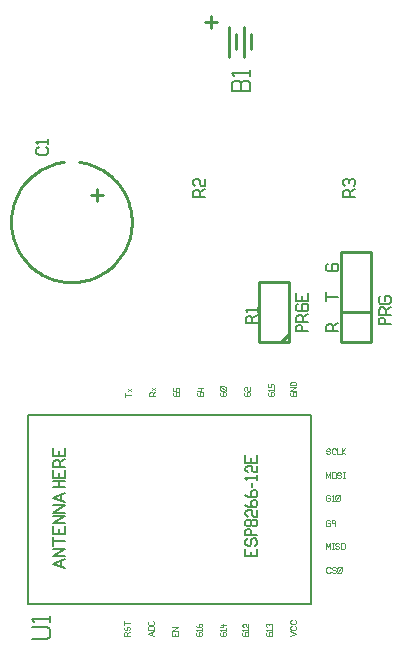
<source format=gto>
G04 -- Generated By PCBWeb Designer*
%FSLAX24Y24*%
%MOIN*%
%OFA0B0*%
%SFA1.0B1.0*%
%AMROTRECT*21,1,$1,$2,0,0,$3*%
%AMROTOBLONG*1,1,$7,$1,$2*1,1,$7,$3,$4*21,1,$5,$6,0,0,$8*%
%ADD10C,0.025*%
%ADD11C,0.15*%
%ADD12C,0.1*%
%ADD13C,0.16*%
%ADD14C,0.005*%
%ADD15R,0.065X0.0394*%
%ADD16R,0.075X0.0494*%
%ADD17C,0.021*%
%ADD18R,0.0394X0.0866*%
%ADD19R,0.0494X0.0966*%
%ADD20C,0.002*%
%ADD21C,0.018*%
%ADD22C,0.008*%
%ADD23C,0.024*%
%ADD24R,0.055X0.055*%
%ADD25C,0.035*%
%ADD26R,0.065X0.065*%
%ADD27C,0.055*%
%ADD28C,0.032*%
%ADD29C,0.065*%
%ADD30C,0.01*%
%ADD31R,0.0591X0.0512*%
%ADD32R,0.0691X0.0612*%
%ADD33C,0.07*%
%ADD34C,0.045*%
%ADD35C,0.08*%
%ADD36C,0.033*%
%ADD37C,0.033*%
%ADD38C,0.026*%
%ADD39C,0.0394*%
%ADD40C,0.0197*%
%ADD41C,0.0494*%
%ADD42C,0.0059*%
%ADD43C,0.015*%
%ADD44C,0.0275*%
%ADD45C,0.0*%
G01*
%LNERASE*%
%LPC*%
G54D17*
X13300Y5600D02*
X13300Y5350D01*
X13700Y5350D01*
X13700Y5600D01*
X13500Y5350D02*
X13500Y5500D01*
X13375Y5950D02*
X13300Y5875D01*
X13300Y5775D01*
X13375Y5700D01*
X13450Y5700D01*
X13500Y5750D01*
X13500Y5900D01*
X13550Y5950D01*
X13625Y5950D01*
X13700Y5875D01*
X13700Y5775D01*
X13625Y5700D01*
X13700Y6050D02*
X13300Y6050D01*
X13300Y6200D01*
X13350Y6250D01*
X13450Y6250D01*
X13500Y6200D01*
X13500Y6050D01*
X13650Y6350D02*
X13700Y6400D01*
X13700Y6525D01*
X13650Y6575D01*
X13550Y6575D01*
X13500Y6525D01*
X13500Y6400D01*
X13550Y6350D01*
X13650Y6350D01*
X13650Y6350D01*
X13500Y6525D02*
X13450Y6575D01*
X13350Y6575D01*
X13300Y6525D01*
X13300Y6400D01*
X13350Y6350D01*
X13450Y6350D01*
X13500Y6400D01*
X13375Y6675D02*
X13300Y6750D01*
X13300Y6825D01*
X13375Y6900D01*
X13475Y6900D01*
X13525Y6850D01*
X13525Y6725D01*
X13575Y6675D01*
X13700Y6675D01*
X13700Y6900D01*
X13300Y7075D02*
X13375Y7000D01*
X13650Y7000D01*
X13700Y7050D01*
X13700Y7175D01*
X13650Y7225D01*
X13550Y7225D01*
X13500Y7175D01*
X13500Y7050D01*
X13550Y7000D01*
X13300Y7400D02*
X13375Y7325D01*
X13650Y7325D01*
X13700Y7375D01*
X13700Y7500D01*
X13650Y7550D01*
X13550Y7550D01*
X13500Y7500D01*
X13500Y7375D01*
X13550Y7325D01*
X13525Y7650D02*
X13525Y7800D01*
X13700Y7900D02*
X13700Y8050D01*
X13700Y7975D02*
X13300Y7975D01*
X13350Y7900D01*
X13375Y8150D02*
X13300Y8225D01*
X13300Y8300D01*
X13375Y8375D01*
X13475Y8375D01*
X13525Y8325D01*
X13525Y8200D01*
X13575Y8150D01*
X13700Y8150D01*
X13700Y8375D01*
X13300Y8725D02*
X13300Y8475D01*
X13700Y8475D01*
X13700Y8725D01*
X13500Y8475D02*
X13500Y8625D01*
X7150Y5008D02*
X7150Y5192D01*
X7300Y4950D02*
X6900Y5100D01*
X7300Y5250D01*
X7300Y5350D02*
X6900Y5350D01*
X7300Y5600D01*
X6900Y5600D01*
X6900Y5700D02*
X6900Y6000D01*
X6900Y5850D02*
X7300Y5850D01*
X6900Y6350D02*
X6900Y6100D01*
X7300Y6100D01*
X7300Y6350D01*
X7100Y6100D02*
X7100Y6250D01*
X7300Y6450D02*
X6900Y6450D01*
X7300Y6700D01*
X6900Y6700D01*
X7300Y6800D02*
X6900Y6800D01*
X7300Y7050D01*
X6900Y7050D01*
X7150Y7208D02*
X7150Y7392D01*
X7300Y7150D02*
X6900Y7300D01*
X7300Y7450D01*
X6900Y7650D02*
X7300Y7650D01*
X6900Y7875D02*
X7300Y7875D01*
X7100Y7650D02*
X7100Y7875D01*
X6900Y8225D02*
X6900Y7975D01*
X7300Y7975D01*
X7300Y8225D01*
X7100Y7975D02*
X7100Y8125D01*
X7300Y8325D02*
X6900Y8325D01*
X6900Y8500D01*
X6975Y8575D01*
X7050Y8575D01*
X7125Y8500D01*
X7125Y8325D01*
X7125Y8500D02*
X7300Y8600D01*
X6900Y8950D02*
X6900Y8700D01*
X7300Y8700D01*
X7300Y8950D01*
X7100Y8700D02*
X7100Y8850D01*
G54D21*
X9450Y2700D02*
X9250Y2700D01*
X9250Y2788D01*
X9288Y2825D01*
X9325Y2825D01*
X9362Y2788D01*
X9362Y2700D01*
X9362Y2788D02*
X9450Y2838D01*
X9288Y3012D02*
X9250Y2975D01*
X9250Y2925D01*
X9288Y2888D01*
X9325Y2888D01*
X9350Y2912D01*
X9350Y2988D01*
X9375Y3012D01*
X9412Y3012D01*
X9450Y2975D01*
X9450Y2925D01*
X9412Y2888D01*
X9250Y3062D02*
X9250Y3212D01*
X9250Y3138D02*
X9450Y3138D01*
X10175Y2729D02*
X10175Y2821D01*
X10250Y2700D02*
X10050Y2775D01*
X10250Y2850D01*
X10250Y2900D02*
X10050Y2900D01*
X10050Y2988D01*
X10088Y3025D01*
X10212Y3025D01*
X10250Y2988D01*
X10250Y2900D01*
X10250Y2900D01*
X10088Y3212D02*
X10050Y3175D01*
X10050Y3112D01*
X10088Y3075D01*
X10212Y3075D01*
X10250Y3112D01*
X10250Y3175D01*
X10212Y3212D01*
X10850Y2825D02*
X10850Y2700D01*
X11050Y2700D01*
X11050Y2825D01*
X10950Y2700D02*
X10950Y2775D01*
X11050Y2875D02*
X10850Y2875D01*
X11050Y3000D01*
X10850Y3000D01*
X11675Y2825D02*
X11650Y2800D01*
X11650Y2725D01*
X11675Y2700D01*
X11825Y2700D01*
X11850Y2725D01*
X11850Y2800D01*
X11825Y2825D01*
X11750Y2825D01*
X11750Y2738D01*
X11850Y2875D02*
X11850Y2950D01*
X11850Y2912D02*
X11650Y2912D01*
X11675Y2875D01*
X11650Y3038D02*
X11688Y3000D01*
X11825Y3000D01*
X11850Y3025D01*
X11850Y3088D01*
X11825Y3112D01*
X11775Y3112D01*
X11750Y3088D01*
X11750Y3025D01*
X11775Y3000D01*
X12475Y2825D02*
X12450Y2800D01*
X12450Y2725D01*
X12475Y2700D01*
X12625Y2700D01*
X12650Y2725D01*
X12650Y2800D01*
X12625Y2825D01*
X12550Y2825D01*
X12550Y2738D01*
X12650Y2875D02*
X12650Y2950D01*
X12650Y2912D02*
X12450Y2912D01*
X12475Y2875D01*
X12450Y3000D02*
X12562Y3000D01*
X12562Y3100D01*
X12475Y3075D02*
X12650Y3075D01*
X13225Y2825D02*
X13200Y2800D01*
X13200Y2725D01*
X13225Y2700D01*
X13375Y2700D01*
X13400Y2725D01*
X13400Y2800D01*
X13375Y2825D01*
X13300Y2825D01*
X13300Y2738D01*
X13400Y2875D02*
X13400Y2950D01*
X13400Y2912D02*
X13200Y2912D01*
X13225Y2875D01*
X13238Y3000D02*
X13200Y3038D01*
X13200Y3075D01*
X13238Y3112D01*
X13288Y3112D01*
X13312Y3088D01*
X13312Y3025D01*
X13338Y3000D01*
X13400Y3000D01*
X13400Y3112D01*
X14025Y2825D02*
X14000Y2800D01*
X14000Y2725D01*
X14025Y2700D01*
X14175Y2700D01*
X14200Y2725D01*
X14200Y2800D01*
X14175Y2825D01*
X14100Y2825D01*
X14100Y2738D01*
X14200Y2875D02*
X14200Y2950D01*
X14200Y2912D02*
X14000Y2912D01*
X14025Y2875D01*
X14025Y3000D02*
X14000Y3025D01*
X14000Y3088D01*
X14025Y3112D01*
X14075Y3112D01*
X14100Y3088D01*
X14100Y3050D01*
X14100Y3088D02*
X14125Y3112D01*
X14175Y3112D01*
X14200Y3088D01*
X14200Y3025D01*
X14175Y3000D01*
X14800Y2700D02*
X15000Y2775D01*
X14800Y2850D01*
X14838Y3038D02*
X14800Y3000D01*
X14800Y2938D01*
X14838Y2900D01*
X14962Y2900D01*
X15000Y2938D01*
X15000Y3000D01*
X14962Y3038D01*
X14838Y3225D02*
X14800Y3188D01*
X14800Y3125D01*
X14838Y3088D01*
X14962Y3088D01*
X15000Y3125D01*
X15000Y3188D01*
X14962Y3225D01*
X9300Y10650D02*
X9300Y10800D01*
X9300Y10725D02*
X9500Y10725D01*
X9500Y10850D02*
X9388Y10925D01*
X9388Y10850D02*
X9500Y10925D01*
X10300Y10700D02*
X10100Y10700D01*
X10100Y10788D01*
X10138Y10825D01*
X10175Y10825D01*
X10212Y10788D01*
X10212Y10700D01*
X10212Y10788D02*
X10300Y10838D01*
X10300Y10888D02*
X10188Y10962D01*
X10188Y10888D02*
X10300Y10962D01*
X10925Y10825D02*
X10900Y10800D01*
X10900Y10725D01*
X10925Y10700D01*
X11075Y10700D01*
X11100Y10725D01*
X11100Y10800D01*
X11075Y10825D01*
X11000Y10825D01*
X11000Y10738D01*
X10900Y10975D02*
X10900Y10875D01*
X10988Y10875D01*
X10988Y10950D01*
X11012Y10975D01*
X11075Y10975D01*
X11100Y10950D01*
X11100Y10875D01*
X11725Y10825D02*
X11700Y10800D01*
X11700Y10725D01*
X11725Y10700D01*
X11875Y10700D01*
X11900Y10725D01*
X11900Y10800D01*
X11875Y10825D01*
X11800Y10825D01*
X11800Y10738D01*
X11700Y10875D02*
X11812Y10875D01*
X11812Y10975D01*
X11725Y10950D02*
X11900Y10950D01*
X12475Y10825D02*
X12450Y10800D01*
X12450Y10725D01*
X12475Y10700D01*
X12625Y10700D01*
X12650Y10725D01*
X12650Y10800D01*
X12625Y10825D01*
X12550Y10825D01*
X12550Y10738D01*
X12600Y10875D02*
X12625Y10888D01*
X12638Y10900D01*
X12650Y10925D01*
X12650Y10975D01*
X12638Y11000D01*
X12625Y11012D01*
X12600Y11025D01*
X12500Y11025D01*
X12475Y11012D01*
X12462Y11000D01*
X12450Y10975D01*
X12450Y10925D01*
X12462Y10900D01*
X12475Y10888D01*
X12500Y10875D01*
X12600Y10875D01*
X12600Y10875D01*
X12650Y10875D02*
X12450Y11025D01*
X13275Y10825D02*
X13250Y10800D01*
X13250Y10725D01*
X13275Y10700D01*
X13425Y10700D01*
X13450Y10725D01*
X13450Y10800D01*
X13425Y10825D01*
X13350Y10825D01*
X13350Y10738D01*
X13288Y10875D02*
X13250Y10912D01*
X13250Y10950D01*
X13288Y10988D01*
X13338Y10988D01*
X13362Y10962D01*
X13362Y10900D01*
X13388Y10875D01*
X13450Y10875D01*
X13450Y10988D01*
X14075Y10825D02*
X14050Y10800D01*
X14050Y10725D01*
X14075Y10700D01*
X14225Y10700D01*
X14250Y10725D01*
X14250Y10800D01*
X14225Y10825D01*
X14150Y10825D01*
X14150Y10738D01*
X14250Y10875D02*
X14250Y10950D01*
X14250Y10912D02*
X14050Y10912D01*
X14075Y10875D01*
X14050Y11100D02*
X14050Y11000D01*
X14138Y11000D01*
X14138Y11075D01*
X14162Y11100D01*
X14225Y11100D01*
X14250Y11075D01*
X14250Y11000D01*
X14825Y10825D02*
X14800Y10800D01*
X14800Y10725D01*
X14825Y10700D01*
X14975Y10700D01*
X15000Y10725D01*
X15000Y10800D01*
X14975Y10825D01*
X14900Y10825D01*
X14900Y10738D01*
X15000Y10875D02*
X14800Y10875D01*
X15000Y11000D01*
X14800Y11000D01*
X15000Y11050D02*
X14800Y11050D01*
X14800Y11138D01*
X14838Y11175D01*
X14962Y11175D01*
X15000Y11138D01*
X15000Y11050D01*
X15000Y11050D01*
X16138Y4962D02*
X16100Y5000D01*
X16038Y5000D01*
X16000Y4962D01*
X16000Y4838D01*
X16038Y4800D01*
X16100Y4800D01*
X16138Y4838D01*
X16312Y4962D02*
X16275Y5000D01*
X16225Y5000D01*
X16188Y4962D01*
X16188Y4925D01*
X16212Y4900D01*
X16288Y4900D01*
X16312Y4875D01*
X16312Y4838D01*
X16275Y4800D01*
X16225Y4800D01*
X16188Y4838D01*
X16362Y4850D02*
X16375Y4825D01*
X16388Y4812D01*
X16412Y4800D01*
X16462Y4800D01*
X16488Y4812D01*
X16500Y4825D01*
X16512Y4850D01*
X16512Y4950D01*
X16500Y4975D01*
X16488Y4988D01*
X16462Y5000D01*
X16412Y5000D01*
X16388Y4988D01*
X16375Y4975D01*
X16362Y4950D01*
X16362Y4850D01*
X16362Y4850D01*
X16362Y4800D02*
X16512Y5000D01*
X16000Y5600D02*
X16000Y5800D01*
X16062Y5662D01*
X16125Y5800D01*
X16125Y5600D01*
X16175Y5600D02*
X16250Y5600D01*
X16175Y5800D02*
X16250Y5800D01*
X16212Y5800D02*
X16212Y5600D01*
X16425Y5762D02*
X16388Y5800D01*
X16338Y5800D01*
X16300Y5762D01*
X16300Y5725D01*
X16325Y5700D01*
X16400Y5700D01*
X16425Y5675D01*
X16425Y5638D01*
X16388Y5600D01*
X16338Y5600D01*
X16300Y5638D01*
X16475Y5650D02*
X16475Y5775D01*
X16500Y5800D01*
X16588Y5800D01*
X16612Y5775D01*
X16612Y5625D01*
X16588Y5600D01*
X16500Y5600D01*
X16475Y5625D01*
X16475Y5650D01*
X16125Y6525D02*
X16100Y6550D01*
X16025Y6550D01*
X16000Y6525D01*
X16000Y6375D01*
X16025Y6350D01*
X16100Y6350D01*
X16125Y6375D01*
X16125Y6450D01*
X16038Y6450D01*
X16175Y6525D02*
X16200Y6550D01*
X16262Y6550D01*
X16288Y6525D01*
X16288Y6475D01*
X16262Y6450D01*
X16200Y6450D01*
X16175Y6475D01*
X16175Y6525D01*
X16175Y6525D01*
X16288Y6475D02*
X16288Y6350D01*
X16125Y7375D02*
X16100Y7400D01*
X16025Y7400D01*
X16000Y7375D01*
X16000Y7225D01*
X16025Y7200D01*
X16100Y7200D01*
X16125Y7225D01*
X16125Y7300D01*
X16038Y7300D01*
X16175Y7200D02*
X16250Y7200D01*
X16212Y7200D02*
X16212Y7400D01*
X16175Y7375D01*
X16300Y7250D02*
X16312Y7225D01*
X16325Y7212D01*
X16350Y7200D01*
X16400Y7200D01*
X16425Y7212D01*
X16438Y7225D01*
X16450Y7250D01*
X16450Y7350D01*
X16438Y7375D01*
X16425Y7388D01*
X16400Y7400D01*
X16350Y7400D01*
X16325Y7388D01*
X16312Y7375D01*
X16300Y7350D01*
X16300Y7250D01*
X16300Y7250D01*
X16300Y7200D02*
X16450Y7400D01*
X16000Y7950D02*
X16000Y8150D01*
X16062Y8012D01*
X16125Y8150D01*
X16125Y7950D01*
X16175Y8000D02*
X16175Y8125D01*
X16200Y8150D01*
X16288Y8150D01*
X16312Y8125D01*
X16312Y7975D01*
X16288Y7950D01*
X16200Y7950D01*
X16175Y7975D01*
X16175Y8000D01*
X16488Y8112D02*
X16450Y8150D01*
X16400Y8150D01*
X16362Y8112D01*
X16362Y8075D01*
X16388Y8050D01*
X16462Y8050D01*
X16488Y8025D01*
X16488Y7988D01*
X16450Y7950D01*
X16400Y7950D01*
X16362Y7988D01*
X16538Y7950D02*
X16612Y7950D01*
X16538Y8150D02*
X16612Y8150D01*
X16575Y8150D02*
X16575Y7950D01*
X16125Y8912D02*
X16088Y8950D01*
X16038Y8950D01*
X16000Y8912D01*
X16000Y8875D01*
X16025Y8850D01*
X16100Y8850D01*
X16125Y8825D01*
X16125Y8788D01*
X16088Y8750D01*
X16038Y8750D01*
X16000Y8788D01*
X16312Y8912D02*
X16275Y8950D01*
X16212Y8950D01*
X16175Y8912D01*
X16175Y8788D01*
X16212Y8750D01*
X16275Y8750D01*
X16312Y8788D01*
X16362Y8950D02*
X16362Y8750D01*
X16475Y8750D01*
X16525Y8750D02*
X16525Y8950D01*
X16612Y8950D02*
X16525Y8838D01*
X16625Y8750D01*
G54D23*
X6175Y2594D02*
X6700Y2594D01*
X6775Y2669D01*
X6775Y2931D01*
X6700Y3006D01*
X6175Y3006D01*
X6775Y3156D02*
X6775Y3381D01*
X6775Y3269D02*
X6175Y3269D01*
X6250Y3156D01*
G54D17*
X15400Y12850D02*
X15000Y12850D01*
X15000Y13000D01*
X15050Y13050D01*
X15150Y13050D01*
X15200Y13000D01*
X15200Y12850D01*
X15400Y13150D02*
X15000Y13150D01*
X15000Y13325D01*
X15075Y13400D01*
X15150Y13400D01*
X15225Y13325D01*
X15225Y13150D01*
X15225Y13325D02*
X15400Y13425D01*
X15050Y13775D02*
X15000Y13725D01*
X15000Y13575D01*
X15050Y13525D01*
X15350Y13525D01*
X15400Y13575D01*
X15400Y13725D01*
X15350Y13775D01*
X15200Y13775D01*
X15200Y13600D01*
X15000Y14125D02*
X15000Y13875D01*
X15400Y13875D01*
X15400Y14125D01*
X15200Y13875D02*
X15200Y14025D01*
X13705Y13131D02*
X13305Y13131D01*
X13305Y13306D01*
X13380Y13381D01*
X13455Y13381D01*
X13530Y13306D01*
X13530Y13131D01*
X13530Y13306D02*
X13705Y13406D01*
X13705Y13506D02*
X13705Y13656D01*
X13705Y13581D02*
X13305Y13581D01*
X13355Y13506D01*
X18150Y13100D02*
X17750Y13100D01*
X17750Y13250D01*
X17800Y13300D01*
X17900Y13300D01*
X17950Y13250D01*
X17950Y13100D01*
X18150Y13400D02*
X17750Y13400D01*
X17750Y13575D01*
X17825Y13650D01*
X17900Y13650D01*
X17975Y13575D01*
X17975Y13400D01*
X17975Y13575D02*
X18150Y13675D01*
X17800Y14025D02*
X17750Y13975D01*
X17750Y13825D01*
X17800Y13775D01*
X18100Y13775D01*
X18150Y13825D01*
X18150Y13975D01*
X18100Y14025D01*
X17950Y14025D01*
X17950Y13850D01*
X11955Y17325D02*
X11555Y17325D01*
X11555Y17500D01*
X11630Y17575D01*
X11705Y17575D01*
X11780Y17500D01*
X11780Y17325D01*
X11780Y17500D02*
X11955Y17600D01*
X11630Y17700D02*
X11555Y17775D01*
X11555Y17850D01*
X11630Y17925D01*
X11730Y17925D01*
X11780Y17875D01*
X11780Y17750D01*
X11830Y17700D01*
X11955Y17700D01*
X11955Y17925D01*
X16955Y17325D02*
X16555Y17325D01*
X16555Y17500D01*
X16630Y17575D01*
X16705Y17575D01*
X16780Y17500D01*
X16780Y17325D01*
X16780Y17500D02*
X16955Y17600D01*
X16605Y17700D02*
X16555Y17750D01*
X16555Y17875D01*
X16605Y17925D01*
X16705Y17925D01*
X16755Y17875D01*
X16755Y17800D01*
X16755Y17875D02*
X16805Y17925D01*
X16905Y17925D01*
X16955Y17875D01*
X16955Y17750D01*
X16905Y17700D01*
G54D38*
X11950Y23150D02*
X12350Y23150D01*
X12150Y22950D02*
X12150Y23350D01*
G54D23*
X13450Y20869D02*
X12850Y20869D01*
X12850Y21131D01*
X12925Y21206D01*
X13075Y21206D01*
X13150Y21131D01*
X13225Y21206D01*
X13375Y21206D01*
X13450Y21131D01*
X13450Y20869D01*
X13150Y21131D02*
X13150Y20869D01*
X13450Y21356D02*
X13450Y21581D01*
X13450Y21469D02*
X12850Y21469D01*
X12925Y21356D01*
G54D38*
X8350Y17200D02*
X8350Y17600D01*
X8550Y17400D02*
X8150Y17400D01*
G54D17*
X6406Y19000D02*
X6331Y18925D01*
X6331Y18800D01*
X6406Y18725D01*
X6656Y18725D01*
X6731Y18800D01*
X6731Y18925D01*
X6656Y19000D01*
X6731Y19100D02*
X6731Y19250D01*
X6731Y19175D02*
X6331Y19175D01*
X6381Y19100D01*
X16400Y12850D02*
X16000Y12850D01*
X16000Y13025D01*
X16075Y13100D01*
X16150Y13100D01*
X16225Y13025D01*
X16225Y12850D01*
X16225Y13025D02*
X16400Y13125D01*
X16000Y13850D02*
X16000Y14150D01*
X16000Y14000D02*
X16400Y14000D01*
X16050Y15100D02*
X16000Y15050D01*
X16000Y14900D01*
X16050Y14850D01*
X16350Y14850D01*
X16400Y14900D01*
X16400Y15050D01*
X16350Y15100D01*
X16200Y15100D01*
X16200Y14925D01*
%LNSTD*%
%LPD*%
G54D14*
X15500Y3750D02*
X15500Y10050D01*
X6050Y10050D01*
X6050Y3750D01*
X15500Y3750D01*
X15500Y3750D01*
X13300Y5600D02*
X13300Y5350D01*
X13700Y5350D01*
X13700Y5600D01*
X13500Y5350D02*
X13500Y5500D01*
X13375Y5950D02*
X13300Y5875D01*
X13300Y5775D01*
X13375Y5700D01*
X13450Y5700D01*
X13500Y5750D01*
X13500Y5900D01*
X13550Y5950D01*
X13625Y5950D01*
X13700Y5875D01*
X13700Y5775D01*
X13625Y5700D01*
X13700Y6050D02*
X13300Y6050D01*
X13300Y6200D01*
X13350Y6250D01*
X13450Y6250D01*
X13500Y6200D01*
X13500Y6050D01*
X13650Y6350D02*
X13700Y6400D01*
X13700Y6525D01*
X13650Y6575D01*
X13550Y6575D01*
X13500Y6525D01*
X13500Y6400D01*
X13550Y6350D01*
X13650Y6350D01*
X13650Y6350D01*
X13500Y6525D02*
X13450Y6575D01*
X13350Y6575D01*
X13300Y6525D01*
X13300Y6400D01*
X13350Y6350D01*
X13450Y6350D01*
X13500Y6400D01*
X13375Y6675D02*
X13300Y6750D01*
X13300Y6825D01*
X13375Y6900D01*
X13475Y6900D01*
X13525Y6850D01*
X13525Y6725D01*
X13575Y6675D01*
X13700Y6675D01*
X13700Y6900D01*
X13300Y7075D02*
X13375Y7000D01*
X13650Y7000D01*
X13700Y7050D01*
X13700Y7175D01*
X13650Y7225D01*
X13550Y7225D01*
X13500Y7175D01*
X13500Y7050D01*
X13550Y7000D01*
X13300Y7400D02*
X13375Y7325D01*
X13650Y7325D01*
X13700Y7375D01*
X13700Y7500D01*
X13650Y7550D01*
X13550Y7550D01*
X13500Y7500D01*
X13500Y7375D01*
X13550Y7325D01*
X13525Y7650D02*
X13525Y7800D01*
X13700Y7900D02*
X13700Y8050D01*
X13700Y7975D02*
X13300Y7975D01*
X13350Y7900D01*
X13375Y8150D02*
X13300Y8225D01*
X13300Y8300D01*
X13375Y8375D01*
X13475Y8375D01*
X13525Y8325D01*
X13525Y8200D01*
X13575Y8150D01*
X13700Y8150D01*
X13700Y8375D01*
X13300Y8725D02*
X13300Y8475D01*
X13700Y8475D01*
X13700Y8725D01*
X13500Y8475D02*
X13500Y8625D01*
X7150Y5008D02*
X7150Y5192D01*
X7300Y4950D02*
X6900Y5100D01*
X7300Y5250D01*
X7300Y5350D02*
X6900Y5350D01*
X7300Y5600D01*
X6900Y5600D01*
X6900Y5700D02*
X6900Y6000D01*
X6900Y5850D02*
X7300Y5850D01*
X6900Y6350D02*
X6900Y6100D01*
X7300Y6100D01*
X7300Y6350D01*
X7100Y6100D02*
X7100Y6250D01*
X7300Y6450D02*
X6900Y6450D01*
X7300Y6700D01*
X6900Y6700D01*
X7300Y6800D02*
X6900Y6800D01*
X7300Y7050D01*
X6900Y7050D01*
X7150Y7208D02*
X7150Y7392D01*
X7300Y7150D02*
X6900Y7300D01*
X7300Y7450D01*
X6900Y7650D02*
X7300Y7650D01*
X6900Y7875D02*
X7300Y7875D01*
X7100Y7650D02*
X7100Y7875D01*
X6900Y8225D02*
X6900Y7975D01*
X7300Y7975D01*
X7300Y8225D01*
X7100Y7975D02*
X7100Y8125D01*
X7300Y8325D02*
X6900Y8325D01*
X6900Y8500D01*
X6975Y8575D01*
X7050Y8575D01*
X7125Y8500D01*
X7125Y8325D01*
X7125Y8500D02*
X7300Y8600D01*
X6900Y8950D02*
X6900Y8700D01*
X7300Y8700D01*
X7300Y8950D01*
X7100Y8700D02*
X7100Y8850D01*
G54D20*
X9450Y2700D02*
X9250Y2700D01*
X9250Y2788D01*
X9288Y2825D01*
X9325Y2825D01*
X9362Y2788D01*
X9362Y2700D01*
X9362Y2788D02*
X9450Y2838D01*
X9288Y3012D02*
X9250Y2975D01*
X9250Y2925D01*
X9288Y2888D01*
X9325Y2888D01*
X9350Y2912D01*
X9350Y2988D01*
X9375Y3012D01*
X9412Y3012D01*
X9450Y2975D01*
X9450Y2925D01*
X9412Y2888D01*
X9250Y3062D02*
X9250Y3212D01*
X9250Y3138D02*
X9450Y3138D01*
X10175Y2729D02*
X10175Y2821D01*
X10250Y2700D02*
X10050Y2775D01*
X10250Y2850D01*
X10250Y2900D02*
X10050Y2900D01*
X10050Y2988D01*
X10088Y3025D01*
X10212Y3025D01*
X10250Y2988D01*
X10250Y2900D01*
X10250Y2900D01*
X10088Y3212D02*
X10050Y3175D01*
X10050Y3112D01*
X10088Y3075D01*
X10212Y3075D01*
X10250Y3112D01*
X10250Y3175D01*
X10212Y3212D01*
X10850Y2825D02*
X10850Y2700D01*
X11050Y2700D01*
X11050Y2825D01*
X10950Y2700D02*
X10950Y2775D01*
X11050Y2875D02*
X10850Y2875D01*
X11050Y3000D01*
X10850Y3000D01*
X11675Y2825D02*
X11650Y2800D01*
X11650Y2725D01*
X11675Y2700D01*
X11825Y2700D01*
X11850Y2725D01*
X11850Y2800D01*
X11825Y2825D01*
X11750Y2825D01*
X11750Y2738D01*
X11850Y2875D02*
X11850Y2950D01*
X11850Y2912D02*
X11650Y2912D01*
X11675Y2875D01*
X11650Y3038D02*
X11688Y3000D01*
X11825Y3000D01*
X11850Y3025D01*
X11850Y3088D01*
X11825Y3112D01*
X11775Y3112D01*
X11750Y3088D01*
X11750Y3025D01*
X11775Y3000D01*
X12475Y2825D02*
X12450Y2800D01*
X12450Y2725D01*
X12475Y2700D01*
X12625Y2700D01*
X12650Y2725D01*
X12650Y2800D01*
X12625Y2825D01*
X12550Y2825D01*
X12550Y2738D01*
X12650Y2875D02*
X12650Y2950D01*
X12650Y2912D02*
X12450Y2912D01*
X12475Y2875D01*
X12450Y3000D02*
X12562Y3000D01*
X12562Y3100D01*
X12475Y3075D02*
X12650Y3075D01*
X13225Y2825D02*
X13200Y2800D01*
X13200Y2725D01*
X13225Y2700D01*
X13375Y2700D01*
X13400Y2725D01*
X13400Y2800D01*
X13375Y2825D01*
X13300Y2825D01*
X13300Y2738D01*
X13400Y2875D02*
X13400Y2950D01*
X13400Y2912D02*
X13200Y2912D01*
X13225Y2875D01*
X13238Y3000D02*
X13200Y3038D01*
X13200Y3075D01*
X13238Y3112D01*
X13288Y3112D01*
X13312Y3088D01*
X13312Y3025D01*
X13338Y3000D01*
X13400Y3000D01*
X13400Y3112D01*
X14025Y2825D02*
X14000Y2800D01*
X14000Y2725D01*
X14025Y2700D01*
X14175Y2700D01*
X14200Y2725D01*
X14200Y2800D01*
X14175Y2825D01*
X14100Y2825D01*
X14100Y2738D01*
X14200Y2875D02*
X14200Y2950D01*
X14200Y2912D02*
X14000Y2912D01*
X14025Y2875D01*
X14025Y3000D02*
X14000Y3025D01*
X14000Y3088D01*
X14025Y3112D01*
X14075Y3112D01*
X14100Y3088D01*
X14100Y3050D01*
X14100Y3088D02*
X14125Y3112D01*
X14175Y3112D01*
X14200Y3088D01*
X14200Y3025D01*
X14175Y3000D01*
X14800Y2700D02*
X15000Y2775D01*
X14800Y2850D01*
X14838Y3038D02*
X14800Y3000D01*
X14800Y2938D01*
X14838Y2900D01*
X14962Y2900D01*
X15000Y2938D01*
X15000Y3000D01*
X14962Y3038D01*
X14838Y3225D02*
X14800Y3188D01*
X14800Y3125D01*
X14838Y3088D01*
X14962Y3088D01*
X15000Y3125D01*
X15000Y3188D01*
X14962Y3225D01*
X9300Y10650D02*
X9300Y10800D01*
X9300Y10725D02*
X9500Y10725D01*
X9500Y10850D02*
X9388Y10925D01*
X9388Y10850D02*
X9500Y10925D01*
X10300Y10700D02*
X10100Y10700D01*
X10100Y10788D01*
X10138Y10825D01*
X10175Y10825D01*
X10212Y10788D01*
X10212Y10700D01*
X10212Y10788D02*
X10300Y10838D01*
X10300Y10888D02*
X10188Y10962D01*
X10188Y10888D02*
X10300Y10962D01*
X10925Y10825D02*
X10900Y10800D01*
X10900Y10725D01*
X10925Y10700D01*
X11075Y10700D01*
X11100Y10725D01*
X11100Y10800D01*
X11075Y10825D01*
X11000Y10825D01*
X11000Y10738D01*
X10900Y10975D02*
X10900Y10875D01*
X10988Y10875D01*
X10988Y10950D01*
X11012Y10975D01*
X11075Y10975D01*
X11100Y10950D01*
X11100Y10875D01*
X11725Y10825D02*
X11700Y10800D01*
X11700Y10725D01*
X11725Y10700D01*
X11875Y10700D01*
X11900Y10725D01*
X11900Y10800D01*
X11875Y10825D01*
X11800Y10825D01*
X11800Y10738D01*
X11700Y10875D02*
X11812Y10875D01*
X11812Y10975D01*
X11725Y10950D02*
X11900Y10950D01*
X12475Y10825D02*
X12450Y10800D01*
X12450Y10725D01*
X12475Y10700D01*
X12625Y10700D01*
X12650Y10725D01*
X12650Y10800D01*
X12625Y10825D01*
X12550Y10825D01*
X12550Y10738D01*
X12600Y10875D02*
X12625Y10888D01*
X12638Y10900D01*
X12650Y10925D01*
X12650Y10975D01*
X12638Y11000D01*
X12625Y11012D01*
X12600Y11025D01*
X12500Y11025D01*
X12475Y11012D01*
X12462Y11000D01*
X12450Y10975D01*
X12450Y10925D01*
X12462Y10900D01*
X12475Y10888D01*
X12500Y10875D01*
X12600Y10875D01*
X12600Y10875D01*
X12650Y10875D02*
X12450Y11025D01*
X13275Y10825D02*
X13250Y10800D01*
X13250Y10725D01*
X13275Y10700D01*
X13425Y10700D01*
X13450Y10725D01*
X13450Y10800D01*
X13425Y10825D01*
X13350Y10825D01*
X13350Y10738D01*
X13288Y10875D02*
X13250Y10912D01*
X13250Y10950D01*
X13288Y10988D01*
X13338Y10988D01*
X13362Y10962D01*
X13362Y10900D01*
X13388Y10875D01*
X13450Y10875D01*
X13450Y10988D01*
X14075Y10825D02*
X14050Y10800D01*
X14050Y10725D01*
X14075Y10700D01*
X14225Y10700D01*
X14250Y10725D01*
X14250Y10800D01*
X14225Y10825D01*
X14150Y10825D01*
X14150Y10738D01*
X14250Y10875D02*
X14250Y10950D01*
X14250Y10912D02*
X14050Y10912D01*
X14075Y10875D01*
X14050Y11100D02*
X14050Y11000D01*
X14138Y11000D01*
X14138Y11075D01*
X14162Y11100D01*
X14225Y11100D01*
X14250Y11075D01*
X14250Y11000D01*
X14825Y10825D02*
X14800Y10800D01*
X14800Y10725D01*
X14825Y10700D01*
X14975Y10700D01*
X15000Y10725D01*
X15000Y10800D01*
X14975Y10825D01*
X14900Y10825D01*
X14900Y10738D01*
X15000Y10875D02*
X14800Y10875D01*
X15000Y11000D01*
X14800Y11000D01*
X15000Y11050D02*
X14800Y11050D01*
X14800Y11138D01*
X14838Y11175D01*
X14962Y11175D01*
X15000Y11138D01*
X15000Y11050D01*
X15000Y11050D01*
X16138Y4962D02*
X16100Y5000D01*
X16038Y5000D01*
X16000Y4962D01*
X16000Y4838D01*
X16038Y4800D01*
X16100Y4800D01*
X16138Y4838D01*
X16312Y4962D02*
X16275Y5000D01*
X16225Y5000D01*
X16188Y4962D01*
X16188Y4925D01*
X16212Y4900D01*
X16288Y4900D01*
X16312Y4875D01*
X16312Y4838D01*
X16275Y4800D01*
X16225Y4800D01*
X16188Y4838D01*
X16362Y4850D02*
X16375Y4825D01*
X16388Y4812D01*
X16412Y4800D01*
X16462Y4800D01*
X16488Y4812D01*
X16500Y4825D01*
X16512Y4850D01*
X16512Y4950D01*
X16500Y4975D01*
X16488Y4988D01*
X16462Y5000D01*
X16412Y5000D01*
X16388Y4988D01*
X16375Y4975D01*
X16362Y4950D01*
X16362Y4850D01*
X16362Y4850D01*
X16362Y4800D02*
X16512Y5000D01*
X16000Y5600D02*
X16000Y5800D01*
X16062Y5662D01*
X16125Y5800D01*
X16125Y5600D01*
X16175Y5600D02*
X16250Y5600D01*
X16175Y5800D02*
X16250Y5800D01*
X16212Y5800D02*
X16212Y5600D01*
X16425Y5762D02*
X16388Y5800D01*
X16338Y5800D01*
X16300Y5762D01*
X16300Y5725D01*
X16325Y5700D01*
X16400Y5700D01*
X16425Y5675D01*
X16425Y5638D01*
X16388Y5600D01*
X16338Y5600D01*
X16300Y5638D01*
X16475Y5650D02*
X16475Y5775D01*
X16500Y5800D01*
X16588Y5800D01*
X16612Y5775D01*
X16612Y5625D01*
X16588Y5600D01*
X16500Y5600D01*
X16475Y5625D01*
X16475Y5650D01*
X16125Y6525D02*
X16100Y6550D01*
X16025Y6550D01*
X16000Y6525D01*
X16000Y6375D01*
X16025Y6350D01*
X16100Y6350D01*
X16125Y6375D01*
X16125Y6450D01*
X16038Y6450D01*
X16175Y6525D02*
X16200Y6550D01*
X16262Y6550D01*
X16288Y6525D01*
X16288Y6475D01*
X16262Y6450D01*
X16200Y6450D01*
X16175Y6475D01*
X16175Y6525D01*
X16175Y6525D01*
X16288Y6475D02*
X16288Y6350D01*
X16125Y7375D02*
X16100Y7400D01*
X16025Y7400D01*
X16000Y7375D01*
X16000Y7225D01*
X16025Y7200D01*
X16100Y7200D01*
X16125Y7225D01*
X16125Y7300D01*
X16038Y7300D01*
X16175Y7200D02*
X16250Y7200D01*
X16212Y7200D02*
X16212Y7400D01*
X16175Y7375D01*
X16300Y7250D02*
X16312Y7225D01*
X16325Y7212D01*
X16350Y7200D01*
X16400Y7200D01*
X16425Y7212D01*
X16438Y7225D01*
X16450Y7250D01*
X16450Y7350D01*
X16438Y7375D01*
X16425Y7388D01*
X16400Y7400D01*
X16350Y7400D01*
X16325Y7388D01*
X16312Y7375D01*
X16300Y7350D01*
X16300Y7250D01*
X16300Y7250D01*
X16300Y7200D02*
X16450Y7400D01*
X16000Y7950D02*
X16000Y8150D01*
X16062Y8012D01*
X16125Y8150D01*
X16125Y7950D01*
X16175Y8000D02*
X16175Y8125D01*
X16200Y8150D01*
X16288Y8150D01*
X16312Y8125D01*
X16312Y7975D01*
X16288Y7950D01*
X16200Y7950D01*
X16175Y7975D01*
X16175Y8000D01*
X16488Y8112D02*
X16450Y8150D01*
X16400Y8150D01*
X16362Y8112D01*
X16362Y8075D01*
X16388Y8050D01*
X16462Y8050D01*
X16488Y8025D01*
X16488Y7988D01*
X16450Y7950D01*
X16400Y7950D01*
X16362Y7988D01*
X16538Y7950D02*
X16612Y7950D01*
X16538Y8150D02*
X16612Y8150D01*
X16575Y8150D02*
X16575Y7950D01*
X16125Y8912D02*
X16088Y8950D01*
X16038Y8950D01*
X16000Y8912D01*
X16000Y8875D01*
X16025Y8850D01*
X16100Y8850D01*
X16125Y8825D01*
X16125Y8788D01*
X16088Y8750D01*
X16038Y8750D01*
X16000Y8788D01*
X16312Y8912D02*
X16275Y8950D01*
X16212Y8950D01*
X16175Y8912D01*
X16175Y8788D01*
X16212Y8750D01*
X16275Y8750D01*
X16312Y8788D01*
X16362Y8950D02*
X16362Y8750D01*
X16475Y8750D01*
X16525Y8750D02*
X16525Y8950D01*
X16612Y8950D02*
X16525Y8838D01*
X16625Y8750D01*
G54D22*
X6175Y2594D02*
X6700Y2594D01*
X6775Y2669D01*
X6775Y2931D01*
X6700Y3006D01*
X6175Y3006D01*
X6775Y3156D02*
X6775Y3381D01*
X6775Y3269D02*
X6175Y3269D01*
X6250Y3156D01*
G54D30*
X13750Y12500D02*
X14750Y12500D01*
X14750Y14500D01*
X13750Y14500D01*
X13750Y12500D01*
G54D14*
X15400Y12850D02*
X15000Y12850D01*
X15000Y13000D01*
X15050Y13050D01*
X15150Y13050D01*
X15200Y13000D01*
X15200Y12850D01*
X15400Y13150D02*
X15000Y13150D01*
X15000Y13325D01*
X15075Y13400D01*
X15150Y13400D01*
X15225Y13325D01*
X15225Y13150D01*
X15225Y13325D02*
X15400Y13425D01*
X15050Y13775D02*
X15000Y13725D01*
X15000Y13575D01*
X15050Y13525D01*
X15350Y13525D01*
X15400Y13575D01*
X15400Y13725D01*
X15350Y13775D01*
X15200Y13775D01*
X15200Y13600D01*
X15000Y14125D02*
X15000Y13875D01*
X15400Y13875D01*
X15400Y14125D01*
X15200Y13875D02*
X15200Y14025D01*
G54D30*
X14500Y12500D02*
X14750Y12750D01*
G54D14*
X13705Y13131D02*
X13305Y13131D01*
X13305Y13306D01*
X13380Y13381D01*
X13455Y13381D01*
X13530Y13306D01*
X13530Y13131D01*
X13530Y13306D02*
X13705Y13406D01*
X13705Y13506D02*
X13705Y13656D01*
X13705Y13581D02*
X13305Y13581D01*
X13355Y13506D01*
G54D30*
X16500Y12500D02*
X17500Y12500D01*
X17500Y15500D01*
X16500Y15500D01*
X16500Y12500D01*
G54D14*
X18150Y13100D02*
X17750Y13100D01*
X17750Y13250D01*
X17800Y13300D01*
X17900Y13300D01*
X17950Y13250D01*
X17950Y13100D01*
X18150Y13400D02*
X17750Y13400D01*
X17750Y13575D01*
X17825Y13650D01*
X17900Y13650D01*
X17975Y13575D01*
X17975Y13400D01*
X17975Y13575D02*
X18150Y13675D01*
X17800Y14025D02*
X17750Y13975D01*
X17750Y13825D01*
X17800Y13775D01*
X18100Y13775D01*
X18150Y13825D01*
X18150Y13975D01*
X18100Y14025D01*
X17950Y14025D01*
X17950Y13850D01*
G54D30*
X16500Y13500D02*
X17500Y13500D01*
G54D14*
X11955Y17325D02*
X11555Y17325D01*
X11555Y17500D01*
X11630Y17575D01*
X11705Y17575D01*
X11780Y17500D01*
X11780Y17325D01*
X11780Y17500D02*
X11955Y17600D01*
X11630Y17700D02*
X11555Y17775D01*
X11555Y17850D01*
X11630Y17925D01*
X11730Y17925D01*
X11780Y17875D01*
X11780Y17750D01*
X11830Y17700D01*
X11955Y17700D01*
X11955Y17925D01*
X16955Y17325D02*
X16555Y17325D01*
X16555Y17500D01*
X16630Y17575D01*
X16705Y17575D01*
X16780Y17500D01*
X16780Y17325D01*
X16780Y17500D02*
X16955Y17600D01*
X16605Y17700D02*
X16555Y17750D01*
X16555Y17875D01*
X16605Y17925D01*
X16705Y17925D01*
X16755Y17875D01*
X16755Y17800D01*
X16755Y17875D02*
X16805Y17925D01*
X16905Y17925D01*
X16955Y17875D01*
X16955Y17750D01*
X16905Y17700D01*
G54D30*
X11950Y23150D02*
X12350Y23150D01*
X12150Y22950D02*
X12150Y23350D01*
X12750Y22000D02*
X12750Y23000D01*
X13000Y22250D02*
X13000Y22750D01*
X13250Y22000D02*
X13250Y23000D01*
X13500Y22250D02*
X13500Y22750D01*
G54D22*
X13450Y20869D02*
X12850Y20869D01*
X12850Y21131D01*
X12925Y21206D01*
X13075Y21206D01*
X13150Y21131D01*
X13225Y21206D01*
X13375Y21206D01*
X13450Y21131D01*
X13450Y20869D01*
X13150Y21131D02*
X13150Y20869D01*
X13450Y21356D02*
X13450Y21581D01*
X13450Y21469D02*
X12850Y21469D01*
X12925Y21356D01*
G54D30*
X7250Y18500D02*
X7167Y18488D01*
X7084Y18472D01*
X7002Y18453D01*
X6920Y18430D01*
X6840Y18404D01*
X6761Y18375D01*
X6684Y18342D01*
X6607Y18307D01*
X6533Y18268D01*
X6459Y18226D01*
X6388Y18180D01*
X6319Y18132D01*
X6252Y18082D01*
X6187Y18028D01*
X6124Y17972D01*
X6064Y17913D01*
X6006Y17851D01*
X5951Y17787D01*
X5899Y17721D01*
X5849Y17653D01*
X5802Y17583D01*
X5759Y17511D01*
X5718Y17437D01*
X5680Y17362D01*
X5646Y17285D01*
X5615Y17206D01*
X5587Y17127D01*
X5563Y17046D01*
X5542Y16965D01*
X5524Y16882D01*
X5510Y16799D01*
X5499Y16715D01*
X5492Y16631D01*
X5489Y16547D01*
X5489Y16463D01*
X5492Y16379D01*
X5499Y16295D01*
X5510Y16211D01*
X5524Y16128D01*
X5541Y16045D01*
X5562Y15964D01*
X5586Y15883D01*
X5614Y15803D01*
X5645Y15725D01*
X5679Y15648D01*
X5717Y15573D01*
X5757Y15499D01*
X5801Y15427D01*
X5848Y15356D01*
X5897Y15288D01*
X5950Y15222D01*
X6005Y15158D01*
X6062Y15097D01*
X6123Y15038D01*
X6185Y14981D01*
X6250Y14928D01*
X6317Y14877D01*
X6386Y14829D01*
X6458Y14783D01*
X6531Y14741D01*
X6605Y14702D01*
X6681Y14666D01*
X6759Y14634D01*
X6838Y14604D01*
X6918Y14578D01*
X7000Y14555D01*
X7082Y14536D01*
X7164Y14520D01*
X7248Y14508D01*
X7332Y14499D01*
X7416Y14494D01*
X7500Y14492D01*
X7584Y14494D01*
X7668Y14499D01*
X7752Y14508D01*
X7836Y14520D01*
X7918Y14536D01*
X8000Y14555D01*
X8082Y14578D01*
X8162Y14604D01*
X8241Y14634D01*
X8319Y14666D01*
X8395Y14702D01*
X8469Y14741D01*
X8542Y14783D01*
X8614Y14829D01*
X8683Y14877D01*
X8750Y14928D01*
X8815Y14981D01*
X8877Y15038D01*
X8938Y15097D01*
X8995Y15158D01*
X9050Y15222D01*
X9103Y15288D01*
X9152Y15356D01*
X9199Y15427D01*
X9243Y15499D01*
X9283Y15573D01*
X9321Y15648D01*
X9355Y15725D01*
X9386Y15803D01*
X9414Y15883D01*
X9438Y15964D01*
X9459Y16045D01*
X9476Y16128D01*
X9490Y16211D01*
X9501Y16295D01*
X9508Y16379D01*
X9511Y16463D01*
X9511Y16547D01*
X9508Y16631D01*
X9501Y16715D01*
X9490Y16799D01*
X9476Y16882D01*
X9458Y16965D01*
X9437Y17046D01*
X9413Y17127D01*
X9385Y17206D01*
X9354Y17285D01*
X9320Y17362D01*
X9282Y17437D01*
X9241Y17511D01*
X9198Y17583D01*
X9151Y17653D01*
X9101Y17721D01*
X9049Y17787D01*
X8994Y17851D01*
X8936Y17913D01*
X8876Y17972D01*
X8813Y18028D01*
X8748Y18082D01*
X8681Y18132D01*
X8612Y18180D01*
X8541Y18226D01*
X8467Y18268D01*
X8393Y18307D01*
X8316Y18342D01*
X8239Y18375D01*
X8160Y18404D01*
X8080Y18430D01*
X7998Y18453D01*
X7916Y18472D01*
X7833Y18488D01*
X7750Y18500D01*
X7750Y18500D01*
X8350Y17200D02*
X8350Y17600D01*
X8550Y17400D02*
X8150Y17400D01*
G54D14*
X6406Y19000D02*
X6331Y18925D01*
X6331Y18800D01*
X6406Y18725D01*
X6656Y18725D01*
X6731Y18800D01*
X6731Y18925D01*
X6656Y19000D01*
X6731Y19100D02*
X6731Y19250D01*
X6731Y19175D02*
X6331Y19175D01*
X6381Y19100D01*
X16400Y12850D02*
X16000Y12850D01*
X16000Y13025D01*
X16075Y13100D01*
X16150Y13100D01*
X16225Y13025D01*
X16225Y12850D01*
X16225Y13025D02*
X16400Y13125D01*
X16000Y13850D02*
X16000Y14150D01*
X16000Y14000D02*
X16400Y14000D01*
X16050Y15100D02*
X16000Y15050D01*
X16000Y14900D01*
X16050Y14850D01*
X16350Y14850D01*
X16400Y14900D01*
X16400Y15050D01*
X16350Y15100D01*
X16200Y15100D01*
X16200Y14925D01*
M02*

</source>
